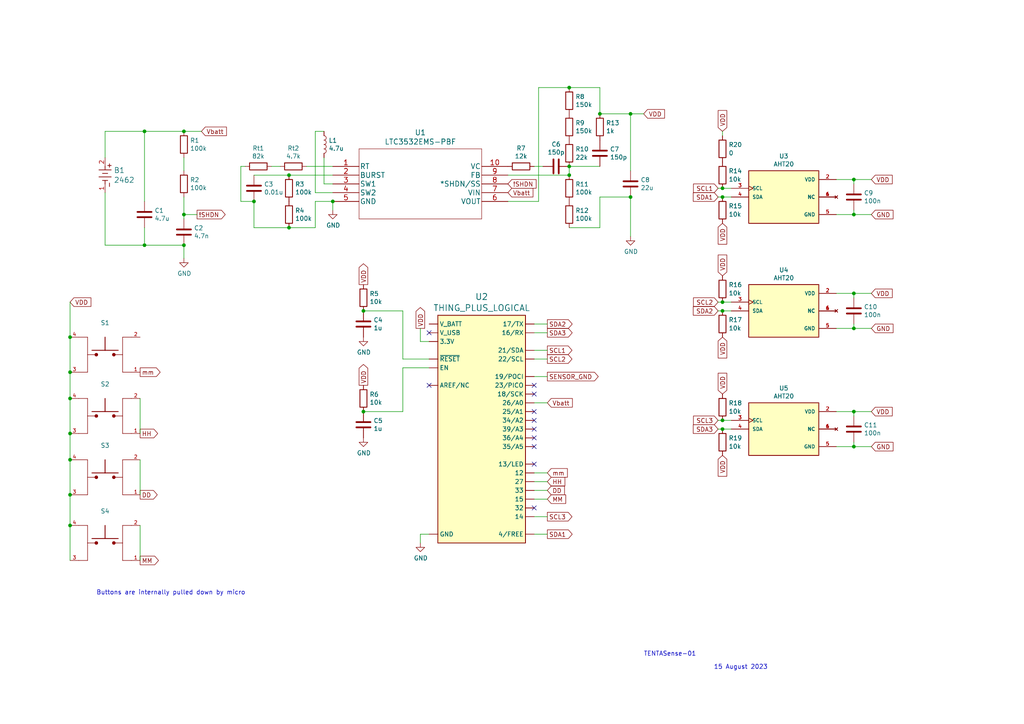
<source format=kicad_sch>
(kicad_sch (version 20230121) (generator eeschema)
  (paper "A4")
  (lib_symbols
    (symbol "AHT20:AHT20" (pin_names (offset 1.016))
      (property "Reference" "U" (at -10.16 8.509 0))
      (property "Value" "AHT20" (at -10.16 -10.16 0))
      (symbol "AHT20_0_0"
        (rectangle (start -10.16 -7.62) (end 10.16 7.62) (stroke (width 0.254)) (fill (type background)))
        (pin no_connect line (at 15.24 0 180) (length 5.08) (name "NC") (number "1"))
        (pin power_in line (at 15.24 5.08 180) (length 5.08) (name "VDD") (number "2"))
        (pin input clock (at -15.24 2.54 0) (length 5.08) (name "SCL") (number "3"))
        (pin bidirectional line (at -15.24 0 0) (length 5.08) (name "SDA") (number "4"))
        (pin power_in line (at 15.24 -5.08 180) (length 5.08) (name "GND") (number "5"))
        (pin no_connect line (at 15.24 0 180) (length 5.08) (name "NC") (number "6"))
      )
    )
    (symbol "Battery Holder:2462" (pin_names (offset 0.254))
      (property "Reference" "B" (at 4.826 3.81 0))
      (property "Value" "2462" (at 4.826 -3.81 0))
      (symbol "2462_0_1"
        (polyline (pts (xy 1.778 1.27) (xy 2.794 1.27)) (stroke (width 0.2032)))
        (polyline (pts (xy 2.286 0.762) (xy 2.286 1.778)) (stroke (width 0.2032)))
        (polyline (pts (xy 2.54 0) (xy 3.4798 0)) (stroke (width 0.2032)))
        (polyline (pts (xy 3.556 -1.778) (xy 3.556 1.778)) (stroke (width 0.2032)))
        (polyline (pts (xy 4.572 0.762) (xy 4.572 -0.762)) (stroke (width 0.2032)))
        (polyline (pts (xy 5.588 -1.778) (xy 5.588 1.778)) (stroke (width 0.2032)))
        (polyline (pts (xy 6.604 0) (xy 7.62 0)) (stroke (width 0.2032)))
        (polyline (pts (xy 6.604 0.762) (xy 6.604 -0.762)) (stroke (width 0.2032)))
        (polyline (pts (xy 7.366 1.27) (xy 8.382 1.27)) (stroke (width 0.2032)))
        (pin unspecified line (at 10.16 0 180) (length 2.54) (name "") (number "1"))
        (pin unspecified line (at 0 0 0) (length 2.54) (name "") (number "2"))
      )
    )
    (symbol "Button:TL3305AF160QG" (pin_names (offset 1.016))
      (property "Reference" "S" (at -5.08 8.89 0))
      (property "Value" "TL3305AF160QG" (at -5.08 -7.62 0))
      (symbol "TL3305AF160QG_0_0"
        (circle (center -2.54 0) (radius 0.254) (stroke (width 0.508)))
        (polyline (pts (xy -7.62 -5.08) (xy -5.08 -5.08)) (stroke (width 0.1524)))
        (polyline (pts (xy -7.62 5.08) (xy -5.08 5.08)) (stroke (width 0.1524)))
        (polyline (pts (xy -5.08 -5.08) (xy -5.08 0)) (stroke (width 0.1524)))
        (polyline (pts (xy -5.08 0) (xy -2.54 0)) (stroke (width 0.1524)))
        (polyline (pts (xy -5.08 5.08) (xy -5.08 0)) (stroke (width 0.1524)))
        (polyline (pts (xy -3.81 1.27) (xy 0 1.27)) (stroke (width 0.254)))
        (polyline (pts (xy 0 1.27) (xy 0 5.08)) (stroke (width 0.254)))
        (polyline (pts (xy 0 1.27) (xy 3.81 1.27)) (stroke (width 0.254)))
        (polyline (pts (xy 5.08 -5.08) (xy 5.08 0)) (stroke (width 0.1524)))
        (polyline (pts (xy 5.08 0) (xy 2.54 0)) (stroke (width 0.1524)))
        (polyline (pts (xy 5.08 0) (xy 5.08 5.08)) (stroke (width 0.1524)))
        (polyline (pts (xy 5.08 5.08) (xy 7.62 5.08)) (stroke (width 0.1524)))
        (polyline (pts (xy 7.62 -5.08) (xy 5.08 -5.08)) (stroke (width 0.1524)))
        (circle (center 2.54 0) (radius 0.254) (stroke (width 0.508)))
        (pin passive line (at 10.16 -5.08 180) (length 2.54) (name "~") (number "1"))
        (pin passive line (at 10.16 5.08 180) (length 2.54) (name "~") (number "2"))
        (pin passive line (at -10.16 -5.08 0) (length 2.54) (name "~") (number "3"))
        (pin passive line (at -10.16 5.08 0) (length 2.54) (name "~") (number "4"))
      )
    )
    (symbol "Device:C" (pin_numbers hide) (pin_names (offset 0.254))
      (property "Reference" "C" (at 0.635 2.54 0))
      (property "Value" "C" (at 0.635 -2.54 0))
      (symbol "C_0_1"
        (polyline (pts (xy -2.032 -0.762) (xy 2.032 -0.762)) (stroke (width 0.508)))
        (polyline (pts (xy -2.032 0.762) (xy 2.032 0.762)) (stroke (width 0.508)))
      )
      (symbol "C_1_1"
        (pin passive line (at 0 3.81 270) (length 2.794) (name "~") (number "1"))
        (pin passive line (at 0 -3.81 90) (length 2.794) (name "~") (number "2"))
      )
    )
    (symbol "Device:L" (pin_numbers hide) (pin_names (offset 1.016) hide)
      (property "Reference" "L" (at -1.27 0 90))
      (property "Value" "L" (at 1.905 0 90))
      (symbol "L_0_1"
        (arc (start 0 -2.54) (mid 0.6323 -1.905) (end 0 -1.27))
        (arc (start 0 -1.27) (mid 0.6323 -0.635) (end 0 0))
        (arc (start 0 0) (mid 0.6323 0.635) (end 0 1.27))
        (arc (start 0 1.27) (mid 0.6323 1.905) (end 0 2.54))
      )
      (symbol "L_1_1"
        (pin passive line (at 0 3.81 270) (length 1.27) (name "1") (number "1"))
        (pin passive line (at 0 -3.81 90) (length 1.27) (name "2") (number "2"))
      )
    )
    (symbol "Device:R" (pin_numbers hide) (pin_names (offset 0))
      (property "Reference" "R" (at 2.032 0 90))
      (property "Value" "R" (at 0 0 90))
      (symbol "R_0_1"
        (rectangle (start -1.016 -2.54) (end 1.016 2.54) (stroke (width 0.254)))
      )
      (symbol "R_1_1"
        (pin passive line (at 0 3.81 270) (length 1.27) (name "~") (number "1"))
        (pin passive line (at 0 -3.81 90) (length 1.27) (name "~") (number "2"))
      )
    )
    (symbol "LTC3532:LTC3532EMS-PBF" (pin_names (offset 0.254))
      (property "Reference" "U" (at 25.4 10.16 0))
      (property "Value" "LTC3532EMS-PBF" (at 25.4 7.62 0))
      (symbol "LTC3532EMS-PBF_1_1"
        (polyline (pts (xy 7.62 -15.24) (xy 43.18 -15.24)) (stroke (width 0.127)))
        (polyline (pts (xy 7.62 5.08) (xy 7.62 -15.24)) (stroke (width 0.127)))
        (polyline (pts (xy 43.18 -15.24) (xy 43.18 5.08)) (stroke (width 0.127)))
        (polyline (pts (xy 43.18 5.08) (xy 7.62 5.08)) (stroke (width 0.127)))
        (pin unspecified line (at 0 0 0) (length 7.62) (name "RT") (number "1"))
        (pin output line (at 50.8 0 180) (length 7.62) (name "VC") (number "10"))
        (pin unspecified line (at 0 -2.54 0) (length 7.62) (name "BURST") (number "2"))
        (pin unspecified line (at 0 -5.08 0) (length 7.62) (name "SW1") (number "3"))
        (pin unspecified line (at 0 -7.62 0) (length 7.62) (name "SW2") (number "4"))
        (pin power_in line (at 0 -10.16 0) (length 7.62) (name "GND") (number "5"))
        (pin output line (at 50.8 -10.16 180) (length 7.62) (name "VOUT") (number "6"))
        (pin input line (at 50.8 -7.62 180) (length 7.62) (name "VIN") (number "7"))
        (pin unspecified line (at 50.8 -5.08 180) (length 7.62) (name "*SHDN/SS") (number "8"))
        (pin output line (at 50.8 -2.54 180) (length 7.62) (name "FB") (number "9"))
      )
    )
    (symbol "power:GND" (power) (pin_names (offset 0))
      (property "Value" "GND" (at 0 -3.81 0))
      (symbol "GND_0_1"
        (polyline (pts (xy 0 0) (xy 0 -1.27) (xy 1.27 -1.27) (xy 0 -2.54) (xy -1.27 -1.27) (xy 0 -1.27)))
      )
      (symbol "GND_1_1"
        (pin power_in line (at 0 0 270) (length 0) hide (name "GND") (number "1"))
      )
    )
    (symbol "thing_plus_logical:THING_PLUS_LOGICAL"
      (property "Reference" "U" (at -12.7 33.274 0))
      (property "Value" "THING_PLUS_LOGICAL" (at -12.7 -35.56 0))
      (symbol "THING_PLUS_LOGICAL_0_1"
        (rectangle (start -12.7 33.02) (end 12.7 -33.02) (stroke (width 0.254)) (fill (type background)))
      )
      (symbol "THING_PLUS_LOGICAL_1_0"
        (pin bidirectional line (at 15.24 22.86 180) (length 2.54) (name "21/SDA") (number "1"))
        (pin bidirectional line (at -15.24 27.94 0) (length 2.54) (name "V_USB") (number "10"))
        (pin bidirectional line (at -15.24 17.78 0) (length 2.54) (name "EN") (number "11"))
        (pin bidirectional line (at -15.24 30.48 0) (length 2.54) (name "V_BATT") (number "12"))
        (pin bidirectional line (at 15.24 -30.48 180) (length 2.54) (name "4/FREE") (number "13"))
        (pin bidirectional line (at 15.24 30.48 180) (length 2.54) (name "17/TX") (number "14"))
        (pin bidirectional line (at 15.24 27.94 180) (length 2.54) (name "16/RX") (number "15"))
        (pin bidirectional line (at 15.24 15.24 180) (length 2.54) (name "19/POCI") (number "16"))
        (pin bidirectional line (at 15.24 12.7 180) (length 2.54) (name "23/PICO") (number "17"))
        (pin bidirectional line (at 15.24 10.16 180) (length 2.54) (name "18/SCK") (number "18"))
        (pin bidirectional line (at 15.24 -5.08 180) (length 2.54) (name "35/A5") (number "19"))
        (pin bidirectional line (at 15.24 20.32 180) (length 2.54) (name "22/SCL") (number "2"))
        (pin bidirectional line (at 15.24 -2.54 180) (length 2.54) (name "36/A4") (number "20"))
        (pin bidirectional line (at 15.24 0 180) (length 2.54) (name "39/A3") (number "21"))
        (pin bidirectional line (at 15.24 2.54 180) (length 2.54) (name "34/A2") (number "22"))
        (pin bidirectional line (at 15.24 5.08 180) (length 2.54) (name "25/A1") (number "23"))
        (pin bidirectional line (at 15.24 7.62 180) (length 2.54) (name "26/A0") (number "24"))
        (pin bidirectional line (at -15.24 -30.48 0) (length 2.54) (name "GND") (number "25"))
        (pin bidirectional line (at -15.24 12.7 0) (length 2.54) (name "AREF/NC") (number "26"))
        (pin bidirectional line (at -15.24 25.4 0) (length 2.54) (name "3.3V") (number "27"))
        (pin bidirectional line (at -15.24 20.32 0) (length 2.54) (name "~{RESET}") (number "28"))
        (pin bidirectional line (at 15.24 -25.4 180) (length 2.54) (name "14") (number "3"))
        (pin bidirectional line (at 15.24 -22.86 180) (length 2.54) (name "32") (number "4"))
        (pin bidirectional line (at 15.24 -20.32 180) (length 2.54) (name "15") (number "5"))
        (pin bidirectional line (at 15.24 -17.78 180) (length 2.54) (name "33") (number "6"))
        (pin bidirectional line (at 15.24 -15.24 180) (length 2.54) (name "27") (number "7"))
        (pin bidirectional line (at 15.24 -12.7 180) (length 2.54) (name "12") (number "8"))
        (pin bidirectional line (at 15.24 -10.16 180) (length 2.54) (name "13/LED") (number "9"))
      )
    )
  )
  (junction (at 20.32 125.73))
  (junction (at 96.52 58.42))
  (junction (at 165.1 50.8))
  (junction (at 209.55 57.15))
  (junction (at 209.55 90.17))
  (junction (at 209.55 54.61))
  (junction (at 182.88 57.15))
  (junction (at 53.34 62.23))
  (junction (at 20.32 152.4))
  (junction (at 20.32 97.79))
  (junction (at 165.1 25.4))
  (junction (at 41.91 38.1))
  (junction (at 209.55 87.63))
  (junction (at 209.55 124.46))
  (junction (at 20.32 143.51))
  (junction (at 173.99 33.02))
  (junction (at 247.65 129.54))
  (junction (at 247.65 52.07))
  (junction (at 105.41 119.38))
  (junction (at 247.65 85.09))
  (junction (at 41.91 71.12))
  (junction (at 247.65 62.23))
  (junction (at 105.41 90.17))
  (junction (at 209.55 121.92))
  (junction (at 247.65 119.38))
  (junction (at 53.34 71.12))
  (junction (at 73.66 58.42))
  (junction (at 182.88 33.02))
  (junction (at 20.32 107.95))
  (junction (at 20.32 133.35))
  (junction (at 83.82 50.8))
  (junction (at 20.32 115.57))
  (junction (at 247.65 95.25))
  (junction (at 53.34 38.1))
  (junction (at 83.82 66.04))
  (junction (at 165.1 48.26))
  (no_connect (at 154.94 119.38))
  (no_connect (at 124.46 111.76))
  (no_connect (at 154.94 114.3))
  (no_connect (at 154.94 127))
  (no_connect (at 154.94 111.76))
  (no_connect (at 154.94 129.54))
  (no_connect (at 154.94 134.62))
  (no_connect (at 124.46 96.52))
  (no_connect (at 154.94 121.92))
  (no_connect (at 154.94 147.32))
  (no_connect (at 154.94 124.46))
  (wire (pts (xy 242.57 85.09) (xy 247.65 85.09)))
  (wire (pts (xy 182.88 57.15) (xy 173.99 57.15)))
  (wire (pts (xy 247.65 85.09) (xy 252.73 85.09)))
  (wire (pts (xy 165.1 48.26) (xy 173.99 48.26)))
  (wire (pts (xy 209.55 124.46) (xy 212.09 124.46)))
  (wire (pts (xy 156.21 25.4) (xy 165.1 25.4)))
  (wire (pts (xy 209.55 87.63) (xy 212.09 87.63)))
  (wire (pts (xy 242.57 62.23) (xy 247.65 62.23)))
  (wire (pts (xy 247.65 85.09) (xy 247.65 86.36)))
  (wire (pts (xy 154.94 116.84) (xy 158.75 116.84)))
  (wire (pts (xy 53.34 74.93) (xy 53.34 71.12)))
  (wire (pts (xy 154.94 142.24) (xy 158.75 142.24)))
  (wire (pts (xy 53.34 63.5) (xy 53.34 62.23)))
  (wire (pts (xy 242.57 129.54) (xy 247.65 129.54)))
  (wire (pts (xy 30.48 38.1) (xy 30.48 45.72)))
  (wire (pts (xy 173.99 33.02) (xy 182.88 33.02)))
  (wire (pts (xy 91.44 38.1) (xy 91.44 55.88)))
  (wire (pts (xy 30.48 55.88) (xy 30.48 71.12)))
  (wire (pts (xy 20.32 97.79) (xy 20.32 107.95)))
  (wire (pts (xy 242.57 95.25) (xy 247.65 95.25)))
  (wire (pts (xy 91.44 66.04) (xy 91.44 58.42)))
  (wire (pts (xy 83.82 66.04) (xy 91.44 66.04)))
  (wire (pts (xy 247.65 52.07) (xy 252.73 52.07)))
  (wire (pts (xy 121.92 99.06) (xy 124.46 99.06)))
  (wire (pts (xy 147.32 50.8) (xy 165.1 50.8)))
  (wire (pts (xy 212.09 121.92) (xy 209.55 121.92)))
  (wire (pts (xy 69.85 58.42) (xy 73.66 58.42)))
  (wire (pts (xy 147.32 58.42) (xy 156.21 58.42)))
  (wire (pts (xy 252.73 62.23) (xy 247.65 62.23)))
  (wire (pts (xy 20.32 152.4) (xy 20.32 162.56)))
  (wire (pts (xy 116.84 104.14) (xy 124.46 104.14)))
  (wire (pts (xy 252.73 129.54) (xy 247.65 129.54)))
  (wire (pts (xy 212.09 90.17) (xy 209.55 90.17)))
  (wire (pts (xy 20.32 115.57) (xy 20.32 125.73)))
  (wire (pts (xy 173.99 57.15) (xy 173.99 66.04)))
  (wire (pts (xy 41.91 66.04) (xy 41.91 71.12)))
  (wire (pts (xy 57.15 62.23) (xy 53.34 62.23)))
  (wire (pts (xy 154.94 104.14) (xy 158.75 104.14)))
  (wire (pts (xy 53.34 38.1) (xy 58.42 38.1)))
  (wire (pts (xy 69.85 48.26) (xy 69.85 58.42)))
  (wire (pts (xy 173.99 33.02) (xy 173.99 25.4)))
  (wire (pts (xy 105.41 119.38) (xy 116.84 119.38)))
  (wire (pts (xy 93.98 53.34) (xy 93.98 45.72)))
  (wire (pts (xy 20.32 87.63) (xy 20.32 97.79)))
  (wire (pts (xy 154.94 154.94) (xy 158.75 154.94)))
  (wire (pts (xy 116.84 119.38) (xy 116.84 106.68)))
  (wire (pts (xy 158.75 139.7) (xy 154.94 139.7)))
  (wire (pts (xy 156.21 25.4) (xy 156.21 58.42)))
  (wire (pts (xy 173.99 66.04) (xy 165.1 66.04)))
  (wire (pts (xy 158.75 101.6) (xy 154.94 101.6)))
  (wire (pts (xy 41.91 71.12) (xy 53.34 71.12)))
  (wire (pts (xy 173.99 25.4) (xy 165.1 25.4)))
  (wire (pts (xy 20.32 133.35) (xy 20.32 143.51)))
  (wire (pts (xy 41.91 38.1) (xy 30.48 38.1)))
  (wire (pts (xy 242.57 119.38) (xy 247.65 119.38)))
  (wire (pts (xy 158.75 144.78) (xy 154.94 144.78)))
  (wire (pts (xy 247.65 119.38) (xy 247.65 120.65)))
  (wire (pts (xy 208.28 57.15) (xy 209.55 57.15)))
  (wire (pts (xy 116.84 90.17) (xy 116.84 104.14)))
  (wire (pts (xy 247.65 52.07) (xy 247.65 53.34)))
  (wire (pts (xy 209.55 121.92) (xy 208.28 121.92)))
  (wire (pts (xy 71.12 48.26) (xy 69.85 48.26)))
  (wire (pts (xy 96.52 60.96) (xy 96.52 58.42)))
  (wire (pts (xy 158.75 137.16) (xy 154.94 137.16)))
  (wire (pts (xy 158.75 149.86) (xy 154.94 149.86)))
  (wire (pts (xy 88.9 48.26) (xy 96.52 48.26)))
  (wire (pts (xy 209.55 38.1) (xy 209.55 39.37)))
  (wire (pts (xy 182.88 33.02) (xy 186.69 33.02)))
  (wire (pts (xy 209.55 54.61) (xy 208.28 54.61)))
  (wire (pts (xy 78.74 48.26) (xy 81.28 48.26)))
  (wire (pts (xy 121.92 157.48) (xy 121.92 154.94)))
  (wire (pts (xy 30.48 71.12) (xy 41.91 71.12)))
  (wire (pts (xy 208.28 124.46) (xy 209.55 124.46)))
  (wire (pts (xy 208.28 87.63) (xy 209.55 87.63)))
  (wire (pts (xy 247.65 119.38) (xy 252.73 119.38)))
  (wire (pts (xy 209.55 57.15) (xy 212.09 57.15)))
  (wire (pts (xy 53.34 45.72) (xy 53.34 49.53)))
  (wire (pts (xy 53.34 57.15) (xy 53.34 62.23)))
  (wire (pts (xy 247.65 62.23) (xy 247.65 60.96)))
  (wire (pts (xy 96.52 50.8) (xy 83.82 50.8)))
  (wire (pts (xy 73.66 58.42) (xy 73.66 66.04)))
  (wire (pts (xy 247.65 129.54) (xy 247.65 128.27)))
  (wire (pts (xy 182.88 33.02) (xy 182.88 49.53)))
  (wire (pts (xy 40.64 162.56) (xy 40.64 152.4)))
  (wire (pts (xy 20.32 125.73) (xy 20.32 133.35)))
  (wire (pts (xy 182.88 57.15) (xy 182.88 68.58)))
  (wire (pts (xy 121.92 154.94) (xy 124.46 154.94)))
  (wire (pts (xy 165.1 50.8) (xy 165.1 48.26)))
  (wire (pts (xy 73.66 66.04) (xy 83.82 66.04)))
  (wire (pts (xy 40.64 125.73) (xy 40.64 115.57)))
  (wire (pts (xy 91.44 58.42) (xy 96.52 58.42)))
  (wire (pts (xy 41.91 38.1) (xy 41.91 58.42)))
  (wire (pts (xy 157.48 48.26) (xy 154.94 48.26)))
  (wire (pts (xy 73.66 50.8) (xy 83.82 50.8)))
  (wire (pts (xy 154.94 93.98) (xy 158.75 93.98)))
  (wire (pts (xy 20.32 107.95) (xy 20.32 115.57)))
  (wire (pts (xy 116.84 106.68) (xy 124.46 106.68)))
  (wire (pts (xy 105.41 90.17) (xy 116.84 90.17)))
  (wire (pts (xy 247.65 95.25) (xy 247.65 93.98)))
  (wire (pts (xy 252.73 95.25) (xy 247.65 95.25)))
  (wire (pts (xy 53.34 38.1) (xy 41.91 38.1)))
  (wire (pts (xy 121.92 99.06) (xy 121.92 95.25)))
  (wire (pts (xy 91.44 55.88) (xy 96.52 55.88)))
  (wire (pts (xy 20.32 143.51) (xy 20.32 152.4)))
  (wire (pts (xy 93.98 38.1) (xy 91.44 38.1)))
  (wire (pts (xy 158.75 109.22) (xy 154.94 109.22)))
  (wire (pts (xy 40.64 143.51) (xy 40.64 133.35)))
  (wire (pts (xy 212.09 54.61) (xy 209.55 54.61)))
  (wire (pts (xy 209.55 90.17) (xy 208.28 90.17)))
  (wire (pts (xy 242.57 52.07) (xy 247.65 52.07)))
  (wire (pts (xy 158.75 96.52) (xy 154.94 96.52)))
  (wire (pts (xy 93.98 53.34) (xy 96.52 53.34)))
  (text "15 August 2023" (at 207.01 194.31 0) (effects (font (size 1.27 1.27)) (justify left bottom)))
  (text "Buttons are internally pulled down by micro\n" (at 27.94 172.72 0) (effects (font (size 1.27 1.27)) (justify left bottom)))
  (text "TENTASense-01" (at 186.69 190.5 0) (effects (font (size 1.27 1.27)) (justify left bottom)))
  (global_label "VDD" (shape input) (at 209.55 80.01 90) (property "Intersheetrefs" "${INTERSHEET_REFS}" (effects hide)))
  (global_label "MM" (shape output) (at 40.64 162.56 0) (property "Intersheetrefs" "${INTERSHEET_REFS}" (effects hide)))
  (global_label "SCL1" (shape input) (at 208.28 54.61 180) (property "Intersheetrefs" "${INTERSHEET_REFS}" (effects hide)))
  (global_label "VDD" (shape input) (at 20.32 87.63 0) (property "Intersheetrefs" "${INTERSHEET_REFS}" (effects hide)))
  (global_label "VDD" (shape output) (at 105.41 111.76 90) (property "Intersheetrefs" "${INTERSHEET_REFS}" (effects hide)))
  (global_label "SDA2" (shape output) (at 158.75 93.98 0) (property "Intersheetrefs" "${INTERSHEET_REFS}" (effects hide)))
  (global_label "VDD" (shape output) (at 105.41 82.55 90) (property "Intersheetrefs" "${INTERSHEET_REFS}" (effects hide)))
  (global_label "GND" (shape input) (at 252.73 129.54 0) (property "Intersheetrefs" "${INTERSHEET_REFS}" (effects hide)))
  (global_label "SCL2" (shape input) (at 208.28 87.63 180) (property "Intersheetrefs" "${INTERSHEET_REFS}" (effects hide)))
  (global_label "VDD" (shape input) (at 209.55 114.3 90) (property "Intersheetrefs" "${INTERSHEET_REFS}" (effects hide)))
  (global_label "SENSOR_GND" (shape output) (at 158.75 109.22 0) (property "Intersheetrefs" "${INTERSHEET_REFS}" (effects hide)))
  (global_label "!SHDN" (shape output) (at 57.15 62.23 0) (property "Intersheetrefs" "${INTERSHEET_REFS}" (effects hide)))
  (global_label "SCL3" (shape output) (at 158.75 149.86 0) (property "Intersheetrefs" "${INTERSHEET_REFS}" (effects hide)))
  (global_label "DD" (shape output) (at 40.64 143.51 0) (property "Intersheetrefs" "${INTERSHEET_REFS}" (effects hide)))
  (global_label "Vbatt" (shape input) (at 147.32 55.88 0) (property "Intersheetrefs" "${INTERSHEET_REFS}" (effects hide)))
  (global_label "VDD" (shape input) (at 186.69 33.02 0) (property "Intersheetrefs" "${INTERSHEET_REFS}" (effects hide)))
  (global_label "VDD" (shape input) (at 252.73 119.38 0) (property "Intersheetrefs" "${INTERSHEET_REFS}" (effects hide)))
  (global_label "Vbatt" (shape input) (at 158.75 116.84 0) (property "Intersheetrefs" "${INTERSHEET_REFS}" (effects hide)))
  (global_label "SCL2" (shape output) (at 158.75 104.14 0) (property "Intersheetrefs" "${INTERSHEET_REFS}" (effects hide)))
  (global_label "VDD" (shape output) (at 121.92 95.25 90) (property "Intersheetrefs" "${INTERSHEET_REFS}" (effects hide)))
  (global_label "Vbatt" (shape input) (at 58.42 38.1 0) (property "Intersheetrefs" "${INTERSHEET_REFS}" (effects hide)))
  (global_label "DD" (shape input) (at 158.75 142.24 0) (property "Intersheetrefs" "${INTERSHEET_REFS}" (effects hide)))
  (global_label "HH" (shape input) (at 158.75 139.7 0) (property "Intersheetrefs" "${INTERSHEET_REFS}" (effects hide)))
  (global_label "HH" (shape output) (at 40.64 125.73 0) (property "Intersheetrefs" "${INTERSHEET_REFS}" (effects hide)))
  (global_label "SDA1" (shape output) (at 158.75 154.94 0) (property "Intersheetrefs" "${INTERSHEET_REFS}" (effects hide)))
  (global_label "VDD" (shape input) (at 209.55 97.79 270) (property "Intersheetrefs" "${INTERSHEET_REFS}" (effects hide)))
  (global_label "SCL3" (shape input) (at 208.28 121.92 180) (property "Intersheetrefs" "${INTERSHEET_REFS}" (effects hide)))
  (global_label "VDD" (shape input) (at 209.55 64.77 270) (property "Intersheetrefs" "${INTERSHEET_REFS}" (effects hide)))
  (global_label "mm" (shape input) (at 158.75 137.16 0) (property "Intersheetrefs" "${INTERSHEET_REFS}" (effects hide)))
  (global_label "!SHDN" (shape input) (at 147.32 53.34 0) (property "Intersheetrefs" "${INTERSHEET_REFS}" (effects hide)))
  (global_label "GND" (shape input) (at 252.73 62.23 0) (property "Intersheetrefs" "${INTERSHEET_REFS}" (effects hide)))
  (global_label "VDD" (shape input) (at 209.55 132.08 270) (property "Intersheetrefs" "${INTERSHEET_REFS}" (effects hide)))
  (global_label "VDD" (shape input) (at 209.55 38.1 90) (property "Intersheetrefs" "${INTERSHEET_REFS}" (effects hide)))
  (global_label "mm" (shape output) (at 40.64 107.95 0) (property "Intersheetrefs" "${INTERSHEET_REFS}" (effects hide)))
  (global_label "VDD" (shape input) (at 252.73 52.07 0) (property "Intersheetrefs" "${INTERSHEET_REFS}" (effects hide)))
  (global_label "SDA3" (shape input) (at 208.28 124.46 180) (property "Intersheetrefs" "${INTERSHEET_REFS}" (effects hide)))
  (global_label "SDA3" (shape output) (at 158.75 96.52 0) (property "Intersheetrefs" "${INTERSHEET_REFS}" (effects hide)))
  (global_label "GND" (shape input) (at 252.73 95.25 0) (property "Intersheetrefs" "${INTERSHEET_REFS}" (effects hide)))
  (global_label "MM" (shape input) (at 158.75 144.78 0) (property "Intersheetrefs" "${INTERSHEET_REFS}" (effects hide)))
  (global_label "VDD" (shape input) (at 252.73 85.09 0) (property "Intersheetrefs" "${INTERSHEET_REFS}" (effects hide)))
  (global_label "SDA1" (shape input) (at 208.28 57.15 180) (property "Intersheetrefs" "${INTERSHEET_REFS}" (effects hide)))
  (global_label "SCL1" (shape output) (at 158.75 101.6 0) (property "Intersheetrefs" "${INTERSHEET_REFS}" (effects hide)))
  (global_label "SDA2" (shape input) (at 208.28 90.17 180) (property "Intersheetrefs" "${INTERSHEET_REFS}" (effects hide)))
  (symbol (lib_id "AHT20:AHT20") (at 227.33 57.15 0) (unit 1)
    (property "Reference" "U3" (at 227.33 45.2882 0))
    (property "Value" "AHT20" (at 227.33 47.5996 0))
    (property "Footprint" "AHT20:PSON100P300X300X110-6N" (effects hide))
    (property "MAXIMUM_PACKAGE_HEIGHT" "1.1mm" (effects hide))
    (property "MANUFACTURER" "Asair" (effects hide))
    (property "PARTREV" "V1.0" (effects hide))
    (property "STANDARD" "IPC 7351B" (effects hide))
  )
  (symbol (lib_id "AHT20:AHT20") (at 227.33 90.17 0) (unit 1)
    (property "Reference" "U4" (at 227.33 78.3082 0))
    (property "Value" "AHT20" (at 227.33 80.6196 0))
    (property "Footprint" "AHT20:PSON100P300X300X110-6N" (effects hide))
    (property "MAXIMUM_PACKAGE_HEIGHT" "1.1mm" (effects hide))
    (property "MANUFACTURER" "Asair" (effects hide))
    (property "PARTREV" "V1.0" (effects hide))
    (property "STANDARD" "IPC 7351B" (effects hide))
  )
  (symbol (lib_id "AHT20:AHT20") (at 227.33 124.46 0) (unit 1)
    (property "Reference" "U5" (at 227.33 112.5982 0))
    (property "Value" "AHT20" (at 227.33 114.9096 0))
    (property "Footprint" "AHT20:PSON100P300X300X110-6N" (effects hide))
    (property "MAXIMUM_PACKAGE_HEIGHT" "1.1mm" (effects hide))
    (property "MANUFACTURER" "Asair" (effects hide))
    (property "PARTREV" "V1.0" (effects hide))
    (property "STANDARD" "IPC 7351B" (effects hide))
  )
  (symbol (lib_id "Device:C") (at 247.65 57.15 0) (unit 1)
    (property "Reference" "C9" (at 250.571 55.9816 0) (effects (justify left)))
    (property "Value" "100n" (at 250.571 58.293 0) (effects (justify left)))
    (property "Footprint" "Capacitor_SMD:C_0603_1608Metric" (effects hide))
  )
  (symbol (lib_id "Device:C") (at 247.65 90.17 0) (unit 1)
    (property "Reference" "C10" (at 250.571 89.0016 0) (effects (justify left)))
    (property "Value" "100n" (at 250.571 91.313 0) (effects (justify left)))
    (property "Footprint" "Capacitor_SMD:C_0603_1608Metric" (effects hide))
  )
  (symbol (lib_id "Device:C") (at 247.65 124.46 0) (unit 1)
    (property "Reference" "C11" (at 250.571 123.2916 0) (effects (justify left)))
    (property "Value" "100n" (at 250.571 125.603 0) (effects (justify left)))
    (property "Footprint" "Capacitor_SMD:C_0603_1608Metric" (effects hide))
  )
  (symbol (lib_id "LTC3532:LTC3532EMS-PBF") (at 96.52 48.26 0) (unit 1)
    (property "Reference" "U1" (at 121.92 38.4302 0) (effects (font (size 1.524 1.524))))
    (property "Value" "LTC3532EMS-PBF" (at 121.92 41.1226 0) (effects (font (size 1.524 1.524))))
    (property "Footprint" "LTC3532:MSOP-10_MS_LIT" (effects hide))
  )
  (symbol (lib_id "power:GND") (at 96.52 60.96 0) (unit 1)
    (property "Reference" "#PWR02" (effects hide))
    (property "Value" "GND" (at 96.647 65.3542 0))
  )
  (symbol (lib_id "Device:L") (at 93.98 41.91 0) (unit 1)
    (property "Reference" "L1" (at 95.3262 40.7416 0) (effects (justify left)))
    (property "Value" "4.7u" (at 95.3262 43.053 0) (effects (justify left)))
    (property "Footprint" "Inductor_SMD:L_2424_6060Metric" (effects hide))
  )
  (symbol (lib_id "Device:R") (at 83.82 54.61 0) (unit 1)
    (property "Reference" "R3" (at 85.598 53.4416 0) (effects (justify left)))
    (property "Value" "100k" (at 85.598 55.753 0) (effects (justify left)))
    (property "Footprint" "Resistor_SMD:R_0603_1608Metric" (effects hide))
  )
  (symbol (lib_id "Device:C") (at 73.66 54.61 0) (unit 1)
    (property "Reference" "C3" (at 76.581 53.4416 0) (effects (justify left)))
    (property "Value" "0.01u" (at 76.581 55.753 0) (effects (justify left)))
    (property "Footprint" "Capacitor_SMD:C_0805_2012Metric" (effects hide))
  )
  (symbol (lib_id "Device:C") (at 41.91 62.23 0) (unit 1)
    (property "Reference" "C1" (at 44.831 61.0616 0) (effects (justify left)))
    (property "Value" "4.7u" (at 44.831 63.373 0) (effects (justify left)))
    (property "Footprint" "Capacitor_SMD:C_0805_2012Metric" (effects hide))
  )
  (symbol (lib_id "Device:C") (at 53.34 67.31 0) (unit 1)
    (property "Reference" "C2" (at 56.261 66.1416 0) (effects (justify left)))
    (property "Value" "4.7n" (at 56.261 68.453 0) (effects (justify left)))
    (property "Footprint" "Capacitor_SMD:C_0805_2012Metric" (effects hide))
  )
  (symbol (lib_id "Device:R") (at 53.34 41.91 0) (unit 1)
    (property "Reference" "R1" (at 55.118 40.7416 0) (effects (justify left)))
    (property "Value" "100k" (at 55.118 43.053 0) (effects (justify left)))
    (property "Footprint" "Resistor_SMD:R_0603_1608Metric" (effects hide))
  )
  (symbol (lib_id "Device:R") (at 151.13 48.26 270) (unit 1)
    (property "Reference" "R7" (at 151.13 43.0022 90))
    (property "Value" "12k" (at 151.13 45.3136 90))
    (property "Footprint" "Resistor_SMD:R_0603_1608Metric" (effects hide))
  )
  (symbol (lib_id "Device:C") (at 161.29 48.26 270) (unit 1)
    (property "Reference" "C6" (at 161.29 41.8592 90))
    (property "Value" "150p" (at 161.29 44.1706 90))
    (property "Footprint" "Capacitor_SMD:C_0805_2012Metric" (effects hide))
  )
  (symbol (lib_id "Device:R") (at 165.1 54.61 0) (unit 1)
    (property "Reference" "R11" (at 166.878 53.4416 0) (effects (justify left)))
    (property "Value" "100k" (at 166.878 55.753 0) (effects (justify left)))
    (property "Footprint" "Resistor_SMD:R_0603_1608Metric" (effects hide))
  )
  (symbol (lib_id "Device:R") (at 165.1 36.83 0) (unit 1)
    (property "Reference" "R9" (at 166.878 35.6616 0) (effects (justify left)))
    (property "Value" "150k" (at 166.878 37.973 0) (effects (justify left)))
    (property "Footprint" "Resistor_SMD:R_0603_1608Metric" (effects hide))
  )
  (symbol (lib_id "Device:R") (at 173.99 36.83 0) (unit 1)
    (property "Reference" "R13" (at 175.768 35.6616 0) (effects (justify left)))
    (property "Value" "1k" (at 175.768 37.973 0) (effects (justify left)))
    (property "Footprint" "Resistor_SMD:R_0603_1608Metric" (effects hide))
  )
  (symbol (lib_id "Device:C") (at 173.99 44.45 0) (unit 1)
    (property "Reference" "C7" (at 176.911 43.2816 0) (effects (justify left)))
    (property "Value" "150p" (at 176.911 45.593 0) (effects (justify left)))
    (property "Footprint" "Capacitor_SMD:C_0805_2012Metric" (effects hide))
  )
  (symbol (lib_id "Device:C") (at 182.88 53.34 0) (unit 1)
    (property "Reference" "C8" (at 185.801 52.1716 0) (effects (justify left)))
    (property "Value" "22u" (at 185.801 54.483 0) (effects (justify left)))
    (property "Footprint" "Capacitor_SMD:C_0805_2012Metric" (effects hide))
  )
  (symbol (lib_id "power:GND") (at 182.88 68.58 0) (unit 1)
    (property "Reference" "#PWR06" (effects hide))
    (property "Value" "GND" (at 183.007 72.9742 0))
  )
  (symbol (lib_id "power:GND") (at 53.34 74.93 0) (unit 1)
    (property "Reference" "#PWR01" (effects hide))
    (property "Value" "GND" (at 53.467 79.3242 0))
  )
  (symbol (lib_id "Device:R") (at 74.93 48.26 270) (unit 1)
    (property "Reference" "Rt1" (at 74.93 43.0022 90))
    (property "Value" "82k" (at 74.93 45.3136 90))
    (property "Footprint" "Resistor_SMD:R_0603_1608Metric" (effects hide))
  )
  (symbol (lib_id "Device:R") (at 105.41 115.57 0) (unit 1)
    (property "Reference" "R6" (at 107.188 114.4016 0) (effects (justify left)))
    (property "Value" "10k" (at 107.188 116.713 0) (effects (justify left)))
    (property "Footprint" "Resistor_SMD:R_0603_1608Metric" (effects hide))
  )
  (symbol (lib_id "Device:C") (at 105.41 123.19 0) (unit 1)
    (property "Reference" "C5" (at 108.331 122.0216 0) (effects (justify left)))
    (property "Value" "1u" (at 108.331 124.333 0) (effects (justify left)))
    (property "Footprint" "Capacitor_SMD:C_0603_1608Metric" (effects hide))
  )
  (symbol (lib_id "power:GND") (at 105.41 127 0) (unit 1)
    (property "Reference" "#PWR04" (effects hide))
    (property "Value" "GND" (at 105.537 131.3942 0))
  )
  (symbol (lib_id "Button:TL3305AF160QG") (at 30.48 120.65 0) (unit 1)
    (property "Reference" "S2" (at 30.48 111.4257 0))
    (property "Value" "TL3305AF160QG" (effects hide))
    (property "Footprint" "Button:SW_TL3305AF160QG" (effects hide))
    (property "DigiKey_Part_Number" "EG5350TR-ND" (effects hide))
    (property "MF" "E-Switch" (effects hide))
    (property "MAXIMUM_PACKAGE_HEIGHT" "3.8 mm" (effects hide))
    (property "Package" "None" (effects hide))
    (property "Check_prices" "https://www.snapeda.com/parts/TL3305AF160QG/E-Switch/view-part/?ref=eda" (effects hide))
    (property "STANDARD" "Manufacturer Recommendations" (effects hide))
    (property "PARTREV" "C" (effects hide))
    (property "SnapEDA_Link" "https://www.snapeda.com/parts/TL3305AF160QG/E-Switch/view-part/?ref=snap" (effects hide))
    (property "MP" "TL3305AF160QG" (effects hide))
    (property "Purchase-URL" "https://pricing.snapeda.com/search?q=TL3305AF160QG&ref=eda" (effects hide))
    (property "Description" "\nTactile Switch SPST-NO Top Actuated Surface Mount\n" (effects hide))
    (property "MANUFACTURER" "E-Switch" (effects hide))
    (property "SNAPEDA_PN" "TL3305AF160QG" (effects hide))
  )
  (symbol (lib_id "Device:R") (at 209.55 128.27 0) (unit 1)
    (property "Reference" "R19" (at 211.328 127.0579 0) (effects (justify left)))
    (property "Value" "10k" (at 211.328 129.4821 0) (effects (justify left)))
    (property "Footprint" "Resistor_SMD:R_0603_1608Metric" (effects hide))
  )
  (symbol (lib_id "Device:R") (at 165.1 62.23 0) (unit 1)
    (property "Reference" "R12" (at 166.878 61.0616 0) (effects (justify left)))
    (property "Value" "100k" (at 166.878 63.373 0) (effects (justify left)))
    (property "Footprint" "Resistor_SMD:R_0603_1608Metric" (effects hide))
  )
  (symbol (lib_id "Device:R") (at 209.55 43.18 0) (unit 1)
    (property "Reference" "R20" (at 211.328 41.9679 0) (effects (justify left)))
    (property "Value" "0" (at 211.328 44.3921 0) (effects (justify left)))
    (property "Footprint" "Resistor_SMD:R_0603_1608Metric" (effects hide))
  )
  (symbol (lib_id "Button:TL3305AF160QG") (at 30.48 102.87 0) (unit 1)
    (property "Reference" "S1" (at 30.48 93.6457 0))
    (property "Value" "TL3305AF160QG" (effects hide))
    (property "Footprint" "Button:SW_TL3305AF160QG" (effects hide))
    (property "DigiKey_Part_Number" "EG5350TR-ND" (effects hide))
    (property "MF" "E-Switch" (effects hide))
    (property "MAXIMUM_PACKAGE_HEIGHT" "3.8 mm" (effects hide))
    (property "Package" "None" (effects hide))
    (property "Check_prices" "https://www.snapeda.com/parts/TL3305AF160QG/E-Switch/view-part/?ref=eda" (effects hide))
    (property "STANDARD" "Manufacturer Recommendations" (effects hide))
    (property "PARTREV" "C" (effects hide))
    (property "SnapEDA_Link" "https://www.snapeda.com/parts/TL3305AF160QG/E-Switch/view-part/?ref=snap" (effects hide))
    (property "MP" "TL3305AF160QG" (effects hide))
    (property "Purchase-URL" "https://pricing.snapeda.com/search?q=TL3305AF160QG&ref=eda" (effects hide))
    (property "Description" "\nTactile Switch SPST-NO Top Actuated Surface Mount\n" (effects hide))
    (property "MANUFACTURER" "E-Switch" (effects hide))
    (property "SNAPEDA_PN" "TL3305AF160QG" (effects hide))
  )
  (symbol (lib_id "power:GND") (at 105.41 97.79 0) (unit 1)
    (property "Reference" "#PWR03" (effects hide))
    (property "Value" "GND" (at 105.537 102.1842 0))
  )
  (symbol (lib_id "Device:R") (at 165.1 44.45 0) (unit 1)
    (property "Reference" "R10" (at 166.878 43.2379 0) (effects (justify left)))
    (property "Value" "22k" (at 166.878 45.6621 0) (effects (justify left)))
    (property "Footprint" "Resistor_SMD:R_0603_1608Metric" (effects hide))
  )
  (symbol (lib_id "Device:R") (at 105.41 86.36 0) (unit 1)
    (property "Reference" "R5" (at 107.188 85.1916 0) (effects (justify left)))
    (property "Value" "10k" (at 107.188 87.503 0) (effects (justify left)))
    (property "Footprint" "Resistor_SMD:R_0603_1608Metric" (effects hide))
  )
  (symbol (lib_id "Device:R") (at 209.55 50.8 0) (unit 1)
    (property "Reference" "R14" (at 211.328 49.5879 0) (effects (justify left)))
    (property "Value" "10k" (at 211.328 52.0121 0) (effects (justify left)))
    (property "Footprint" "Resistor_SMD:R_0603_1608Metric" (effects hide))
  )
  (symbol (lib_id "power:GND") (at 121.92 157.48 0) (unit 1)
    (property "Reference" "#PWR05" (effects hide))
    (property "Value" "GND" (at 122.047 161.8742 0))
  )
  (symbol (lib_id "Button:TL3305AF160QG") (at 30.48 157.48 0) (unit 1)
    (property "Reference" "S4" (at 30.48 148.2557 0))
    (property "Value" "TL3305AF160QG" (effects hide))
    (property "Footprint" "Button:SW_TL3305AF160QG" (effects hide))
    (property "DigiKey_Part_Number" "EG5350TR-ND" (effects hide))
    (property "MF" "E-Switch" (effects hide))
    (property "MAXIMUM_PACKAGE_HEIGHT" "3.8 mm" (effects hide))
    (property "Package" "None" (effects hide))
    (property "Check_prices" "https://www.snapeda.com/parts/TL3305AF160QG/E-Switch/view-part/?ref=eda" (effects hide))
    (property "STANDARD" "Manufacturer Recommendations" (effects hide))
    (property "PARTREV" "C" (effects hide))
    (property "SnapEDA_Link" "https://www.snapeda.com/parts/TL3305AF160QG/E-Switch/view-part/?ref=snap" (effects hide))
    (property "MP" "TL3305AF160QG" (effects hide))
    (property "Purchase-URL" "https://pricing.snapeda.com/search?q=TL3305AF160QG&ref=eda" (effects hide))
    (property "Description" "\nTactile Switch SPST-NO Top Actuated Surface Mount\n" (effects hide))
    (property "MANUFACTURER" "E-Switch" (effects hide))
    (property "SNAPEDA_PN" "TL3305AF160QG" (effects hide))
  )
  (symbol (lib_id "Device:R") (at 209.55 118.11 0) (unit 1)
    (property "Reference" "R18" (at 211.328 116.8979 0) (effects (justify left)))
    (property "Value" "10k" (at 211.328 119.3221 0) (effects (justify left)))
    (property "Footprint" "Resistor_SMD:R_0603_1608Metric" (effects hide))
  )
  (symbol (lib_id "Device:R") (at 53.34 53.34 0) (unit 1)
    (property "Reference" "R2" (at 55.118 52.1716 0) (effects (justify left)))
    (property "Value" "100k" (at 55.118 54.483 0) (effects (justify left)))
    (property "Footprint" "Resistor_SMD:R_0603_1608Metric" (effects hide))
  )
  (symbol (lib_id "Device:R") (at 165.1 29.21 0) (unit 1)
    (property "Reference" "R8" (at 166.878 28.0416 0) (effects (justify left)))
    (property "Value" "150k" (at 166.878 30.353 0) (effects (justify left)))
    (property "Footprint" "Resistor_SMD:R_0603_1608Metric" (effects hide))
  )
  (symbol (lib_id "Device:R") (at 209.55 60.96 0) (unit 1)
    (property "Reference" "R15" (at 211.328 59.7479 0) (effects (justify left)))
    (property "Value" "10k" (at 211.328 62.1721 0) (effects (justify left)))
    (property "Footprint" "Resistor_SMD:R_0603_1608Metric" (effects hide))
  )
  (symbol (lib_id "Device:R") (at 85.09 48.26 270) (unit 1)
    (property "Reference" "Rt2" (at 85.09 43.0022 90))
    (property "Value" "4.7k" (at 85.09 45.3136 90))
    (property "Footprint" "Resistor_SMD:R_0603_1608Metric" (effects hide))
  )
  (symbol (lib_id "Battery Holder:2462") (at 30.48 45.72 270) (unit 1)
    (property "Reference" "B1" (at 32.9946 49.3836 90) (effects (font (size 1.524 1.524)) (justify left)))
    (property "Value" "2462" (at 32.9946 52.2164 90) (effects (font (size 1.524 1.524)) (justify left)))
    (property "Footprint" "Battery:BatteryHolder_Keystone_2462_2xAA_CM" (effects hide))
    (property "Datasheet" "2462" (effects hide))
  )
  (symbol (lib_id "Device:R") (at 209.55 83.82 0) (unit 1)
    (property "Reference" "R16" (at 211.328 82.6079 0) (effects (justify left)))
    (property "Value" "10k" (at 211.328 85.0321 0) (effects (justify left)))
    (property "Footprint" "Resistor_SMD:R_0603_1608Metric" (effects hide))
  )
  (symbol (lib_id "Button:TL3305AF160QG") (at 30.48 138.43 0) (unit 1)
    (property "Reference" "S3" (at 30.48 129.2057 0))
    (property "Value" "TL3305AF160QG" (effects hide))
    (property "Footprint" "Button:SW_TL3305AF160QG" (effects hide))
    (property "DigiKey_Part_Number" "EG5350TR-ND" (effects hide))
    (property "MF" "E-Switch" (effects hide))
    (property "MAXIMUM_PACKAGE_HEIGHT" "3.8 mm" (effects hide))
    (property "Package" "None" (effects hide))
    (property "Check_prices" "https://www.snapeda.com/parts/TL3305AF160QG/E-Switch/view-part/?ref=eda" (effects hide))
    (property "STANDARD" "Manufacturer Recommendations" (effects hide))
    (property "PARTREV" "C" (effects hide))
    (property "SnapEDA_Link" "https://www.snapeda.com/parts/TL3305AF160QG/E-Switch/view-part/?ref=snap" (effects hide))
    (property "MP" "TL3305AF160QG" (effects hide))
    (property "Purchase-URL" "https://pricing.snapeda.com/search?q=TL3305AF160QG&ref=eda" (effects hide))
    (property "Description" "\nTactile Switch SPST-NO Top Actuated Surface Mount\n" (effects hide))
    (property "MANUFACTURER" "E-Switch" (effects hide))
    (property "SNAPEDA_PN" "TL3305AF160QG" (effects hide))
  )
  (symbol (lib_id "thing_plus_logical:THING_PLUS_LOGICAL") (at 139.7 124.46 0) (unit 1)
    (property "Reference" "U2" (at 139.7 86.0696 0) (effects (font (size 1.778 1.778))))
    (property "Value" "THING_PLUS_LOGICAL" (at 139.7 89.3112 0) (effects (font (size 1.778 1.778))))
    (property "Footprint" "Module:ESP32_Thing_Plus_C_hat" (effects hide))
  )
  (symbol (lib_id "Device:R") (at 209.55 93.98 0) (unit 1)
    (property "Reference" "R17" (at 211.328 92.7679 0) (effects (justify left)))
    (property "Value" "10k" (at 211.328 95.1921 0) (effects (justify left)))
    (property "Footprint" "Resistor_SMD:R_0603_1608Metric" (effects hide))
  )
  (symbol (lib_id "Device:R") (at 83.82 62.23 0) (unit 1)
    (property "Reference" "R4" (at 85.598 61.0616 0) (effects (justify left)))
    (property "Value" "100k" (at 85.598 63.373 0) (effects (justify left)))
    (property "Footprint" "Resistor_SMD:R_0603_1608Metric" (effects hide))
  )
  (symbol (lib_id "Device:C") (at 105.41 93.98 0) (unit 1)
    (property "Reference" "C4" (at 108.331 92.8116 0) (effects (justify left)))
    (property "Value" "1u" (at 108.331 95.123 0) (effects (justify left)))
    (property "Footprint" "Capacitor_SMD:C_0603_1608Metric" (effects hide))
  )
)
</source>
